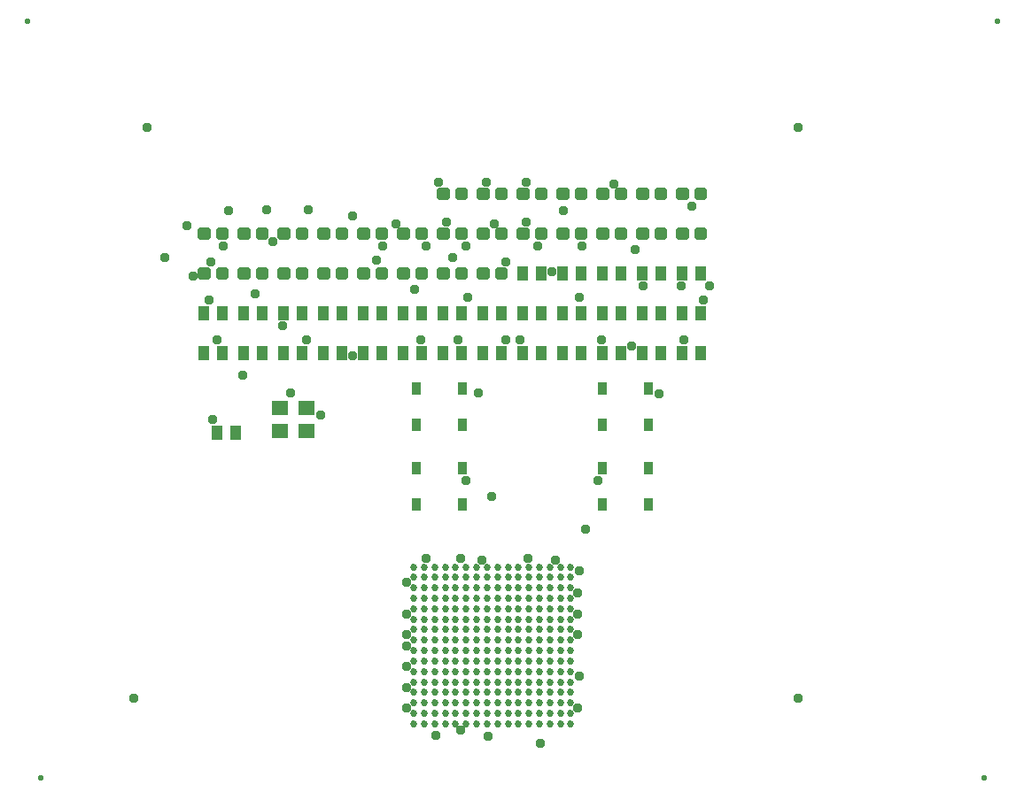
<source format=gbr>
G04 EAGLE Gerber RS-274X export*
G75*
%MOMM*%
%FSLAX34Y34*%
%LPD*%
%INSoldermask Top*%
%IPPOS*%
%AMOC8*
5,1,8,0,0,1.08239X$1,22.5*%
G01*
%ADD10C,0.553200*%
%ADD11C,0.505344*%
%ADD12R,1.003200X1.403200*%
%ADD13R,0.903200X1.303200*%
%ADD14C,0.685800*%
%ADD15R,1.600200X1.397000*%
%ADD16C,0.959600*%


D10*
X38100Y762000D03*
X965200Y762000D03*
X952500Y38100D03*
X50800Y38100D03*
D11*
X335480Y517210D02*
X335480Y524190D01*
X342460Y524190D01*
X342460Y517210D01*
X335480Y517210D01*
X335480Y522010D02*
X342460Y522010D01*
X317940Y524190D02*
X317940Y517210D01*
X317940Y524190D02*
X324920Y524190D01*
X324920Y517210D01*
X317940Y517210D01*
X317940Y522010D02*
X324920Y522010D01*
X487880Y555310D02*
X487880Y562290D01*
X494860Y562290D01*
X494860Y555310D01*
X487880Y555310D01*
X487880Y560110D02*
X494860Y560110D01*
X470340Y562290D02*
X470340Y555310D01*
X470340Y562290D02*
X477320Y562290D01*
X477320Y555310D01*
X470340Y555310D01*
X470340Y560110D02*
X477320Y560110D01*
X449780Y562290D02*
X449780Y555310D01*
X449780Y562290D02*
X456760Y562290D01*
X456760Y555310D01*
X449780Y555310D01*
X449780Y560110D02*
X456760Y560110D01*
X432240Y562290D02*
X432240Y555310D01*
X432240Y562290D02*
X439220Y562290D01*
X439220Y555310D01*
X432240Y555310D01*
X432240Y560110D02*
X439220Y560110D01*
X411680Y562290D02*
X411680Y555310D01*
X411680Y562290D02*
X418660Y562290D01*
X418660Y555310D01*
X411680Y555310D01*
X411680Y560110D02*
X418660Y560110D01*
X394140Y562290D02*
X394140Y555310D01*
X394140Y562290D02*
X401120Y562290D01*
X401120Y555310D01*
X394140Y555310D01*
X394140Y560110D02*
X401120Y560110D01*
X373580Y562290D02*
X373580Y555310D01*
X373580Y562290D02*
X380560Y562290D01*
X380560Y555310D01*
X373580Y555310D01*
X373580Y560110D02*
X380560Y560110D01*
X356040Y562290D02*
X356040Y555310D01*
X356040Y562290D02*
X363020Y562290D01*
X363020Y555310D01*
X356040Y555310D01*
X356040Y560110D02*
X363020Y560110D01*
X335480Y562290D02*
X335480Y555310D01*
X335480Y562290D02*
X342460Y562290D01*
X342460Y555310D01*
X335480Y555310D01*
X335480Y560110D02*
X342460Y560110D01*
X317940Y562290D02*
X317940Y555310D01*
X317940Y562290D02*
X324920Y562290D01*
X324920Y555310D01*
X317940Y555310D01*
X317940Y560110D02*
X324920Y560110D01*
X297380Y562290D02*
X297380Y555310D01*
X297380Y562290D02*
X304360Y562290D01*
X304360Y555310D01*
X297380Y555310D01*
X297380Y560110D02*
X304360Y560110D01*
X279840Y562290D02*
X279840Y555310D01*
X279840Y562290D02*
X286820Y562290D01*
X286820Y555310D01*
X279840Y555310D01*
X279840Y560110D02*
X286820Y560110D01*
X259280Y562290D02*
X259280Y555310D01*
X259280Y562290D02*
X266260Y562290D01*
X266260Y555310D01*
X259280Y555310D01*
X259280Y560110D02*
X266260Y560110D01*
X241740Y562290D02*
X241740Y555310D01*
X241740Y562290D02*
X248720Y562290D01*
X248720Y555310D01*
X241740Y555310D01*
X241740Y560110D02*
X248720Y560110D01*
X221180Y562290D02*
X221180Y555310D01*
X221180Y562290D02*
X228160Y562290D01*
X228160Y555310D01*
X221180Y555310D01*
X221180Y560110D02*
X228160Y560110D01*
X203640Y562290D02*
X203640Y555310D01*
X203640Y562290D02*
X210620Y562290D01*
X210620Y555310D01*
X203640Y555310D01*
X203640Y560110D02*
X210620Y560110D01*
X678380Y593410D02*
X678380Y600390D01*
X685360Y600390D01*
X685360Y593410D01*
X678380Y593410D01*
X678380Y598210D02*
X685360Y598210D01*
X660840Y600390D02*
X660840Y593410D01*
X660840Y600390D02*
X667820Y600390D01*
X667820Y593410D01*
X660840Y593410D01*
X660840Y598210D02*
X667820Y598210D01*
X640280Y600390D02*
X640280Y593410D01*
X640280Y600390D02*
X647260Y600390D01*
X647260Y593410D01*
X640280Y593410D01*
X640280Y598210D02*
X647260Y598210D01*
X622740Y600390D02*
X622740Y593410D01*
X622740Y600390D02*
X629720Y600390D01*
X629720Y593410D01*
X622740Y593410D01*
X622740Y598210D02*
X629720Y598210D01*
X297380Y524190D02*
X297380Y517210D01*
X297380Y524190D02*
X304360Y524190D01*
X304360Y517210D01*
X297380Y517210D01*
X297380Y522010D02*
X304360Y522010D01*
X279840Y524190D02*
X279840Y517210D01*
X279840Y524190D02*
X286820Y524190D01*
X286820Y517210D01*
X279840Y517210D01*
X279840Y522010D02*
X286820Y522010D01*
X602180Y593410D02*
X602180Y600390D01*
X609160Y600390D01*
X609160Y593410D01*
X602180Y593410D01*
X602180Y598210D02*
X609160Y598210D01*
X584640Y600390D02*
X584640Y593410D01*
X584640Y600390D02*
X591620Y600390D01*
X591620Y593410D01*
X584640Y593410D01*
X584640Y598210D02*
X591620Y598210D01*
X564080Y600390D02*
X564080Y593410D01*
X564080Y600390D02*
X571060Y600390D01*
X571060Y593410D01*
X564080Y593410D01*
X564080Y598210D02*
X571060Y598210D01*
X546540Y600390D02*
X546540Y593410D01*
X546540Y600390D02*
X553520Y600390D01*
X553520Y593410D01*
X546540Y593410D01*
X546540Y598210D02*
X553520Y598210D01*
X525980Y600390D02*
X525980Y593410D01*
X525980Y600390D02*
X532960Y600390D01*
X532960Y593410D01*
X525980Y593410D01*
X525980Y598210D02*
X532960Y598210D01*
X508440Y600390D02*
X508440Y593410D01*
X508440Y600390D02*
X515420Y600390D01*
X515420Y593410D01*
X508440Y593410D01*
X508440Y598210D02*
X515420Y598210D01*
X487880Y600390D02*
X487880Y593410D01*
X487880Y600390D02*
X494860Y600390D01*
X494860Y593410D01*
X487880Y593410D01*
X487880Y598210D02*
X494860Y598210D01*
X470340Y600390D02*
X470340Y593410D01*
X470340Y600390D02*
X477320Y600390D01*
X477320Y593410D01*
X470340Y593410D01*
X470340Y598210D02*
X477320Y598210D01*
X449780Y600390D02*
X449780Y593410D01*
X449780Y600390D02*
X456760Y600390D01*
X456760Y593410D01*
X449780Y593410D01*
X449780Y598210D02*
X456760Y598210D01*
X432240Y600390D02*
X432240Y593410D01*
X432240Y600390D02*
X439220Y600390D01*
X439220Y593410D01*
X432240Y593410D01*
X432240Y598210D02*
X439220Y598210D01*
X487880Y524190D02*
X487880Y517210D01*
X487880Y524190D02*
X494860Y524190D01*
X494860Y517210D01*
X487880Y517210D01*
X487880Y522010D02*
X494860Y522010D01*
X470340Y524190D02*
X470340Y517210D01*
X470340Y524190D02*
X477320Y524190D01*
X477320Y517210D01*
X470340Y517210D01*
X470340Y522010D02*
X477320Y522010D01*
X449780Y524190D02*
X449780Y517210D01*
X449780Y524190D02*
X456760Y524190D01*
X456760Y517210D01*
X449780Y517210D01*
X449780Y522010D02*
X456760Y522010D01*
X432240Y524190D02*
X432240Y517210D01*
X432240Y524190D02*
X439220Y524190D01*
X439220Y517210D01*
X432240Y517210D01*
X432240Y522010D02*
X439220Y522010D01*
X411680Y524190D02*
X411680Y517210D01*
X411680Y524190D02*
X418660Y524190D01*
X418660Y517210D01*
X411680Y517210D01*
X411680Y522010D02*
X418660Y522010D01*
X394140Y524190D02*
X394140Y517210D01*
X394140Y524190D02*
X401120Y524190D01*
X401120Y517210D01*
X394140Y517210D01*
X394140Y522010D02*
X401120Y522010D01*
X373580Y524190D02*
X373580Y517210D01*
X373580Y524190D02*
X380560Y524190D01*
X380560Y517210D01*
X373580Y517210D01*
X373580Y522010D02*
X380560Y522010D01*
X356040Y524190D02*
X356040Y517210D01*
X356040Y524190D02*
X363020Y524190D01*
X363020Y517210D01*
X356040Y517210D01*
X356040Y522010D02*
X363020Y522010D01*
X259280Y524190D02*
X259280Y517210D01*
X259280Y524190D02*
X266260Y524190D01*
X266260Y517210D01*
X259280Y517210D01*
X259280Y522010D02*
X266260Y522010D01*
X241740Y524190D02*
X241740Y517210D01*
X241740Y524190D02*
X248720Y524190D01*
X248720Y517210D01*
X241740Y517210D01*
X241740Y522010D02*
X248720Y522010D01*
X221180Y524190D02*
X221180Y517210D01*
X221180Y524190D02*
X228160Y524190D01*
X228160Y517210D01*
X221180Y517210D01*
X221180Y522010D02*
X228160Y522010D01*
X203640Y524190D02*
X203640Y517210D01*
X203640Y524190D02*
X210620Y524190D01*
X210620Y517210D01*
X203640Y517210D01*
X203640Y522010D02*
X210620Y522010D01*
X678380Y555310D02*
X678380Y562290D01*
X685360Y562290D01*
X685360Y555310D01*
X678380Y555310D01*
X678380Y560110D02*
X685360Y560110D01*
X660840Y562290D02*
X660840Y555310D01*
X660840Y562290D02*
X667820Y562290D01*
X667820Y555310D01*
X660840Y555310D01*
X660840Y560110D02*
X667820Y560110D01*
X640280Y562290D02*
X640280Y555310D01*
X640280Y562290D02*
X647260Y562290D01*
X647260Y555310D01*
X640280Y555310D01*
X640280Y560110D02*
X647260Y560110D01*
X622740Y562290D02*
X622740Y555310D01*
X622740Y562290D02*
X629720Y562290D01*
X629720Y555310D01*
X622740Y555310D01*
X622740Y560110D02*
X629720Y560110D01*
X602180Y562290D02*
X602180Y555310D01*
X602180Y562290D02*
X609160Y562290D01*
X609160Y555310D01*
X602180Y555310D01*
X602180Y560110D02*
X609160Y560110D01*
X584640Y562290D02*
X584640Y555310D01*
X584640Y562290D02*
X591620Y562290D01*
X591620Y555310D01*
X584640Y555310D01*
X584640Y560110D02*
X591620Y560110D01*
X564080Y562290D02*
X564080Y555310D01*
X564080Y562290D02*
X571060Y562290D01*
X571060Y555310D01*
X564080Y555310D01*
X564080Y560110D02*
X571060Y560110D01*
X546540Y562290D02*
X546540Y555310D01*
X546540Y562290D02*
X553520Y562290D01*
X553520Y555310D01*
X546540Y555310D01*
X546540Y560110D02*
X553520Y560110D01*
X525980Y562290D02*
X525980Y555310D01*
X525980Y562290D02*
X532960Y562290D01*
X532960Y555310D01*
X525980Y555310D01*
X525980Y560110D02*
X532960Y560110D01*
X508440Y562290D02*
X508440Y555310D01*
X508440Y562290D02*
X515420Y562290D01*
X515420Y555310D01*
X508440Y555310D01*
X508440Y560110D02*
X515420Y560110D01*
D12*
X219600Y368300D03*
X237600Y368300D03*
X359300Y444500D03*
X377300Y444500D03*
X321200Y444500D03*
X339200Y444500D03*
X283100Y444500D03*
X301100Y444500D03*
X245000Y444500D03*
X263000Y444500D03*
X206900Y444500D03*
X224900Y444500D03*
X664100Y482600D03*
X682100Y482600D03*
X626000Y482600D03*
X644000Y482600D03*
X587900Y482600D03*
X605900Y482600D03*
X549800Y482600D03*
X567800Y482600D03*
X511700Y482600D03*
X529700Y482600D03*
X664100Y444500D03*
X682100Y444500D03*
X473600Y482600D03*
X491600Y482600D03*
X435500Y482600D03*
X453500Y482600D03*
X397400Y482600D03*
X415400Y482600D03*
X359300Y482600D03*
X377300Y482600D03*
X321200Y482600D03*
X339200Y482600D03*
X283100Y482600D03*
X301100Y482600D03*
X245000Y482600D03*
X263000Y482600D03*
X206900Y482600D03*
X224900Y482600D03*
X664100Y520700D03*
X682100Y520700D03*
X626000Y520700D03*
X644000Y520700D03*
X626000Y444500D03*
X644000Y444500D03*
X587900Y520700D03*
X605900Y520700D03*
X549800Y520700D03*
X567800Y520700D03*
X511700Y520700D03*
X529700Y520700D03*
X587900Y444500D03*
X605900Y444500D03*
X549800Y444500D03*
X567800Y444500D03*
X511700Y444500D03*
X529700Y444500D03*
X473600Y444500D03*
X491600Y444500D03*
X435500Y444500D03*
X453500Y444500D03*
X397400Y444500D03*
X415400Y444500D03*
D13*
X631850Y335000D03*
X631850Y300000D03*
X587350Y300000D03*
X587350Y335000D03*
X454050Y335000D03*
X454050Y300000D03*
X409550Y300000D03*
X409550Y335000D03*
X631850Y411200D03*
X631850Y376200D03*
X587350Y376200D03*
X587350Y411200D03*
X454050Y411200D03*
X454050Y376200D03*
X409550Y376200D03*
X409550Y411200D03*
D14*
X407600Y240100D03*
X417600Y240100D03*
X427600Y240100D03*
X437600Y240100D03*
X447600Y240100D03*
X457600Y240100D03*
X467600Y240100D03*
X477600Y240100D03*
X487600Y240100D03*
X497600Y240100D03*
X507600Y240100D03*
X517600Y240100D03*
X527600Y240100D03*
X537600Y240100D03*
X547600Y240100D03*
X557600Y240100D03*
X407600Y230100D03*
X417600Y230100D03*
X427600Y230100D03*
X437600Y230100D03*
X447600Y230100D03*
X457600Y230100D03*
X467600Y230100D03*
X477600Y230100D03*
X487600Y230100D03*
X497600Y230100D03*
X507600Y230100D03*
X517600Y230100D03*
X527600Y230100D03*
X537600Y230100D03*
X547600Y230100D03*
X557600Y230100D03*
X407600Y220100D03*
X417600Y220100D03*
X427600Y220100D03*
X437600Y220100D03*
X447600Y220100D03*
X457600Y220100D03*
X467600Y220100D03*
X477600Y220100D03*
X487600Y220100D03*
X497600Y220100D03*
X507600Y220100D03*
X517600Y220100D03*
X527600Y220100D03*
X537600Y220100D03*
X547600Y220100D03*
X557600Y220100D03*
X407600Y210100D03*
X417600Y210100D03*
X427600Y210100D03*
X437600Y210100D03*
X447600Y210100D03*
X457600Y210100D03*
X467600Y210100D03*
X477600Y210100D03*
X487600Y210100D03*
X497600Y210100D03*
X507600Y210100D03*
X517600Y210100D03*
X527600Y210100D03*
X537600Y210100D03*
X547600Y210100D03*
X557600Y210100D03*
X407600Y200100D03*
X417600Y200100D03*
X427600Y200100D03*
X437600Y200100D03*
X447600Y200100D03*
X457600Y200100D03*
X467600Y200100D03*
X477600Y200100D03*
X487600Y200100D03*
X497600Y200100D03*
X507600Y200100D03*
X517600Y200100D03*
X527600Y200100D03*
X537600Y200100D03*
X547600Y200100D03*
X557600Y200100D03*
X407600Y190100D03*
X417600Y190100D03*
X427600Y190100D03*
X437600Y190100D03*
X447600Y190100D03*
X457600Y190100D03*
X467600Y190100D03*
X477600Y190100D03*
X487600Y190100D03*
X497600Y190100D03*
X507600Y190100D03*
X517600Y190100D03*
X527600Y190100D03*
X537600Y190100D03*
X547600Y190100D03*
X557600Y190100D03*
X407600Y180100D03*
X417600Y180100D03*
X427600Y180100D03*
X437600Y180100D03*
X447600Y180100D03*
X457600Y180100D03*
X467600Y180100D03*
X477600Y180100D03*
X487600Y180100D03*
X497600Y180100D03*
X507600Y180100D03*
X517600Y180100D03*
X527600Y180100D03*
X537600Y180100D03*
X547600Y180100D03*
X557600Y180100D03*
X407600Y170100D03*
X417600Y170100D03*
X427600Y170100D03*
X437600Y170100D03*
X447600Y170100D03*
X457600Y170100D03*
X467600Y170100D03*
X477600Y170100D03*
X487600Y170100D03*
X497600Y170100D03*
X507600Y170100D03*
X517600Y170100D03*
X527600Y170100D03*
X537600Y170100D03*
X547600Y170100D03*
X557600Y170100D03*
X407600Y160100D03*
X417600Y160100D03*
X427600Y160100D03*
X437600Y160100D03*
X447600Y160100D03*
X457600Y160100D03*
X467600Y160100D03*
X477600Y160100D03*
X487600Y160100D03*
X497600Y160100D03*
X507600Y160100D03*
X517600Y160100D03*
X527600Y160100D03*
X537600Y160100D03*
X547600Y160100D03*
X557600Y160100D03*
X407600Y150100D03*
X417600Y150100D03*
X427600Y150100D03*
X437600Y150100D03*
X447600Y150100D03*
X457600Y150100D03*
X467600Y150100D03*
X477600Y150100D03*
X487600Y150100D03*
X497600Y150100D03*
X507600Y150100D03*
X517600Y150100D03*
X527600Y150100D03*
X537600Y150100D03*
X547600Y150100D03*
X557600Y150100D03*
X407600Y140100D03*
X417600Y140100D03*
X427600Y140100D03*
X437600Y140100D03*
X447600Y140100D03*
X457600Y140100D03*
X467600Y140100D03*
X477600Y140100D03*
X487600Y140100D03*
X497600Y140100D03*
X507600Y140100D03*
X517600Y140100D03*
X527600Y140100D03*
X537600Y140100D03*
X547600Y140100D03*
X557600Y140100D03*
X407600Y130100D03*
X417600Y130100D03*
X427600Y130100D03*
X437600Y130100D03*
X447600Y130100D03*
X457600Y130100D03*
X467600Y130100D03*
X477600Y130100D03*
X487600Y130100D03*
X497600Y130100D03*
X507600Y130100D03*
X517600Y130100D03*
X527600Y130100D03*
X537600Y130100D03*
X547600Y130100D03*
X557600Y130100D03*
X407600Y120100D03*
X417600Y120100D03*
X427600Y120100D03*
X437600Y120100D03*
X447600Y120100D03*
X457600Y120100D03*
X467600Y120100D03*
X477600Y120100D03*
X487600Y120100D03*
X497600Y120100D03*
X507600Y120100D03*
X517600Y120100D03*
X527600Y120100D03*
X537600Y120100D03*
X547600Y120100D03*
X557600Y120100D03*
X407600Y110100D03*
X417600Y110100D03*
X427600Y110100D03*
X437600Y110100D03*
X447600Y110100D03*
X457600Y110100D03*
X467600Y110100D03*
X477600Y110100D03*
X487600Y110100D03*
X497600Y110100D03*
X507600Y110100D03*
X517600Y110100D03*
X527600Y110100D03*
X537600Y110100D03*
X547600Y110100D03*
X557600Y110100D03*
X407600Y100100D03*
X417600Y100100D03*
X427600Y100100D03*
X437600Y100100D03*
X447600Y100100D03*
X457600Y100100D03*
X467600Y100100D03*
X477600Y100100D03*
X487600Y100100D03*
X497600Y100100D03*
X507600Y100100D03*
X517600Y100100D03*
X527600Y100100D03*
X537600Y100100D03*
X547600Y100100D03*
X557600Y100100D03*
X407600Y90100D03*
X417600Y90100D03*
X427600Y90100D03*
X437600Y90100D03*
X447600Y90100D03*
X457600Y90100D03*
X467600Y90100D03*
X477600Y90100D03*
X487600Y90100D03*
X497600Y90100D03*
X507600Y90100D03*
X517600Y90100D03*
X527600Y90100D03*
X537600Y90100D03*
X547600Y90100D03*
X557600Y90100D03*
D15*
X279400Y370000D03*
X304800Y370000D03*
X304800Y392000D03*
X279400Y392000D03*
D16*
X542544Y246888D03*
X452628Y83820D03*
X400812Y175260D03*
X563880Y195072D03*
X484632Y568452D03*
X214884Y381000D03*
X472440Y246888D03*
X219456Y457200D03*
X306324Y582168D03*
X684276Y495300D03*
X400812Y225552D03*
X196596Y518160D03*
X452628Y248412D03*
X213360Y531876D03*
X419100Y248412D03*
X243840Y423672D03*
X481584Y307848D03*
X618744Y544068D03*
X169164Y536448D03*
X690372Y509016D03*
X400812Y164592D03*
X515112Y569976D03*
X400812Y195072D03*
X438912Y569976D03*
X516636Y248412D03*
X390144Y568452D03*
X419100Y547116D03*
X509016Y457200D03*
X457200Y547116D03*
X665988Y457200D03*
X525780Y547116D03*
X615696Y451104D03*
X568452Y547116D03*
X586740Y457200D03*
X528828Y71628D03*
X230124Y580644D03*
X400812Y105156D03*
X190500Y566928D03*
X400812Y124968D03*
X266700Y582168D03*
X400812Y144780D03*
X348996Y576072D03*
X377952Y547116D03*
X304800Y457200D03*
X272796Y551688D03*
X414528Y457200D03*
X225552Y547116D03*
X449580Y457200D03*
X673608Y585216D03*
X495300Y457200D03*
X428244Y79248D03*
X431292Y608076D03*
X478536Y77724D03*
X477012Y608076D03*
X571500Y275844D03*
X515112Y608076D03*
X565404Y236220D03*
X550164Y580644D03*
X598932Y606552D03*
X348996Y441960D03*
X371856Y533400D03*
X211836Y495300D03*
X495300Y531876D03*
X662940Y509016D03*
X563880Y214884D03*
X583692Y323088D03*
X626364Y509016D03*
X563880Y175260D03*
X457200Y323088D03*
X565404Y498348D03*
X563880Y105156D03*
X641604Y405384D03*
X289560Y406908D03*
X539496Y522732D03*
X408432Y505968D03*
X281940Y470916D03*
X469392Y406908D03*
X458724Y498348D03*
X445008Y536448D03*
X256032Y501396D03*
X565404Y135636D03*
X318516Y385572D03*
X152400Y660400D03*
X774700Y660400D03*
X139700Y114300D03*
X774700Y114300D03*
M02*

</source>
